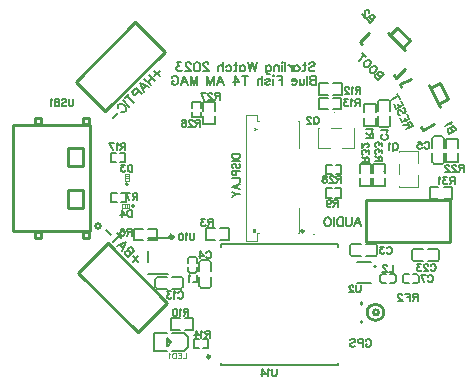
<source format=gbo>
G04 Layer: BottomSilkscreenLayer*
G04 Panelize: , Column: 1, Row: 1, Board Size: 43.14mm x 33.02mm, Panelized Board Size: 43.14mm x 33.02mm*
G04 EasyEDA v6.5.37, 2023-11-04 14:50:19*
G04 5fb9839a784f4b4dba235304687c7bf2,9a4ed40c0dd746429eaf55b84663d2fb,10*
G04 Gerber Generator version 0.2*
G04 Scale: 100 percent, Rotated: No, Reflected: No *
G04 Dimensions in millimeters *
G04 leading zeros omitted , absolute positions ,4 integer and 5 decimal *
%FSLAX45Y45*%
%MOMM*%

%ADD10C,0.1270*%
%ADD11C,0.1524*%
%ADD12C,0.1000*%
%ADD13C,0.0500*%
%ADD14C,0.1250*%
%ADD15C,0.0100*%
%ADD16C,0.2540*%
%ADD17C,0.1500*%
%ADD18C,0.3000*%
%ADD19C,0.2500*%
%ADD20C,0.0101*%

%LPD*%
D10*
X1209073Y-634337D02*
G01*
X1212253Y-627974D01*
X1218618Y-621609D01*
X1224981Y-618426D01*
X1237708Y-618426D01*
X1244071Y-621609D01*
X1250436Y-627974D01*
X1253616Y-634337D01*
X1256799Y-643882D01*
X1256799Y-659790D01*
X1253616Y-669335D01*
X1250436Y-675700D01*
X1244071Y-682063D01*
X1237708Y-685246D01*
X1224981Y-685246D01*
X1218618Y-682063D01*
X1212253Y-675700D01*
X1209073Y-669335D01*
X1209073Y-659790D01*
X1224981Y-659790D02*
G01*
X1209073Y-659790D01*
X1188072Y-618426D02*
G01*
X1188072Y-685246D01*
X1188072Y-618426D02*
G01*
X1159436Y-618426D01*
X1149891Y-621609D01*
X1146708Y-624791D01*
X1143528Y-631154D01*
X1143528Y-640699D01*
X1146708Y-647064D01*
X1149891Y-650245D01*
X1159436Y-653427D01*
X1188072Y-653427D01*
X1077981Y-627974D02*
G01*
X1084346Y-621609D01*
X1093891Y-618426D01*
X1106617Y-618426D01*
X1116162Y-621609D01*
X1122527Y-627974D01*
X1122527Y-634337D01*
X1119344Y-640699D01*
X1116162Y-643882D01*
X1109799Y-647064D01*
X1090709Y-653427D01*
X1084346Y-656610D01*
X1081163Y-659790D01*
X1077981Y-666155D01*
X1077981Y-675700D01*
X1084346Y-682063D01*
X1093891Y-685246D01*
X1106617Y-685246D01*
X1116162Y-682063D01*
X1122527Y-675700D01*
D11*
X1361099Y1620199D02*
G01*
X1313853Y1572953D01*
X1361099Y1620199D02*
G01*
X1340850Y1640448D01*
X1331851Y1644949D01*
X1327353Y1644949D01*
X1320601Y1642699D01*
X1316103Y1638200D01*
X1313853Y1631449D01*
X1313853Y1626951D01*
X1318351Y1617952D01*
X1338602Y1597703D02*
G01*
X1318351Y1617952D01*
X1309352Y1622450D01*
X1304853Y1622450D01*
X1298102Y1620199D01*
X1291353Y1613451D01*
X1289103Y1606702D01*
X1289103Y1602201D01*
X1293604Y1593202D01*
X1313853Y1572953D01*
X1301254Y1680047D02*
G01*
X1303502Y1673298D01*
X1303502Y1664299D01*
X1301254Y1657548D01*
X1296753Y1648548D01*
X1285504Y1637299D01*
X1276504Y1632800D01*
X1269756Y1630550D01*
X1260756Y1630550D01*
X1254005Y1632800D01*
X1245006Y1641800D01*
X1242755Y1648548D01*
X1242755Y1657548D01*
X1245006Y1664299D01*
X1249507Y1673298D01*
X1260756Y1684548D01*
X1269756Y1689046D01*
X1276504Y1691297D01*
X1285504Y1691297D01*
X1292252Y1689046D01*
X1301254Y1680047D01*
X1250406Y1730895D02*
G01*
X1252656Y1724144D01*
X1252656Y1715145D01*
X1250406Y1708396D01*
X1245905Y1699397D01*
X1234655Y1688147D01*
X1225656Y1683646D01*
X1218907Y1681398D01*
X1209908Y1681398D01*
X1203159Y1683646D01*
X1194158Y1692645D01*
X1191910Y1699397D01*
X1191910Y1708396D01*
X1194158Y1715145D01*
X1198659Y1724144D01*
X1209908Y1735394D01*
X1218907Y1739894D01*
X1225656Y1742145D01*
X1234655Y1742145D01*
X1241407Y1739894D01*
X1250406Y1730895D01*
X1197310Y1783991D02*
G01*
X1150061Y1736745D01*
X1213058Y1768243D02*
G01*
X1181559Y1799742D01*
D10*
X728118Y1711977D02*
G01*
X735390Y1719252D01*
X746300Y1722887D01*
X760846Y1722887D01*
X771756Y1719252D01*
X779028Y1711977D01*
X779028Y1704705D01*
X775390Y1697433D01*
X771756Y1693796D01*
X764481Y1690161D01*
X742665Y1682887D01*
X735390Y1679252D01*
X731756Y1675615D01*
X728118Y1668343D01*
X728118Y1657433D01*
X735390Y1650161D01*
X746300Y1646524D01*
X760846Y1646524D01*
X771756Y1650161D01*
X779028Y1657433D01*
X693209Y1722887D02*
G01*
X693209Y1661071D01*
X689574Y1650161D01*
X682299Y1646524D01*
X675027Y1646524D01*
X704118Y1697433D02*
G01*
X678665Y1697433D01*
X607392Y1697433D02*
G01*
X607392Y1646524D01*
X607392Y1686524D02*
G01*
X614664Y1693796D01*
X621936Y1697433D01*
X632846Y1697433D01*
X640118Y1693796D01*
X647392Y1686524D01*
X651027Y1675615D01*
X651027Y1668343D01*
X647392Y1657433D01*
X640118Y1650161D01*
X632846Y1646524D01*
X621936Y1646524D01*
X614664Y1650161D01*
X607392Y1657433D01*
X583392Y1697433D02*
G01*
X583392Y1646524D01*
X583392Y1675615D02*
G01*
X579754Y1686524D01*
X572482Y1693796D01*
X565210Y1697433D01*
X554301Y1697433D01*
X530301Y1722887D02*
G01*
X530301Y1646524D01*
X506300Y1722887D02*
G01*
X502665Y1719252D01*
X499028Y1722887D01*
X502665Y1726524D01*
X506300Y1722887D01*
X502665Y1697433D02*
G01*
X502665Y1646524D01*
X475028Y1697433D02*
G01*
X475028Y1646524D01*
X475028Y1682887D02*
G01*
X464118Y1693796D01*
X456846Y1697433D01*
X445937Y1697433D01*
X438665Y1693796D01*
X435028Y1682887D01*
X435028Y1646524D01*
X367393Y1697433D02*
G01*
X367393Y1639252D01*
X371027Y1628343D01*
X374665Y1624705D01*
X381937Y1621071D01*
X392846Y1621071D01*
X400118Y1624705D01*
X367393Y1686524D02*
G01*
X374665Y1693796D01*
X381937Y1697433D01*
X392846Y1697433D01*
X400118Y1693796D01*
X407393Y1686524D01*
X411027Y1675615D01*
X411027Y1668343D01*
X407393Y1657433D01*
X400118Y1650161D01*
X392846Y1646524D01*
X381937Y1646524D01*
X374665Y1650161D01*
X367393Y1657433D01*
X287393Y1722887D02*
G01*
X269212Y1646524D01*
X251028Y1722887D02*
G01*
X269212Y1646524D01*
X251028Y1722887D02*
G01*
X232846Y1646524D01*
X214665Y1722887D02*
G01*
X232846Y1646524D01*
X147030Y1697433D02*
G01*
X147030Y1646524D01*
X147030Y1686524D02*
G01*
X154302Y1693796D01*
X161574Y1697433D01*
X172483Y1697433D01*
X179755Y1693796D01*
X187030Y1686524D01*
X190665Y1675615D01*
X190665Y1668343D01*
X187030Y1657433D01*
X179755Y1650161D01*
X172483Y1646524D01*
X161574Y1646524D01*
X154302Y1650161D01*
X147030Y1657433D01*
X112120Y1722887D02*
G01*
X112120Y1661071D01*
X108483Y1650161D01*
X101211Y1646524D01*
X93939Y1646524D01*
X123029Y1697433D02*
G01*
X97574Y1697433D01*
X26301Y1686524D02*
G01*
X33576Y1693796D01*
X40848Y1697433D01*
X51757Y1697433D01*
X59029Y1693796D01*
X66301Y1686524D01*
X69938Y1675615D01*
X69938Y1668343D01*
X66301Y1657433D01*
X59029Y1650161D01*
X51757Y1646524D01*
X40848Y1646524D01*
X33576Y1650161D01*
X26301Y1657433D01*
X2301Y1722887D02*
G01*
X2301Y1646524D01*
X2301Y1682887D02*
G01*
X-8605Y1693796D01*
X-15880Y1697433D01*
X-26789Y1697433D01*
X-34061Y1693796D01*
X-37698Y1682887D01*
X-37698Y1646524D01*
X-121333Y1704705D02*
G01*
X-121333Y1708343D01*
X-124970Y1715615D01*
X-128605Y1719252D01*
X-135879Y1722887D01*
X-150423Y1722887D01*
X-157698Y1719252D01*
X-161333Y1715615D01*
X-164970Y1708343D01*
X-164970Y1701071D01*
X-161333Y1693796D01*
X-154061Y1682887D01*
X-117698Y1646524D01*
X-168605Y1646524D01*
X-214424Y1722887D02*
G01*
X-203514Y1719252D01*
X-196242Y1708343D01*
X-192605Y1690161D01*
X-192605Y1679252D01*
X-196242Y1661071D01*
X-203514Y1650161D01*
X-214424Y1646524D01*
X-221696Y1646524D01*
X-232605Y1650161D01*
X-239880Y1661071D01*
X-243514Y1679252D01*
X-243514Y1690161D01*
X-239880Y1708343D01*
X-232605Y1719252D01*
X-221696Y1722887D01*
X-214424Y1722887D01*
X-271152Y1704705D02*
G01*
X-271152Y1708343D01*
X-274787Y1715615D01*
X-278424Y1719252D01*
X-285696Y1722887D01*
X-300243Y1722887D01*
X-307515Y1719252D01*
X-311152Y1715615D01*
X-314787Y1708343D01*
X-314787Y1701071D01*
X-311152Y1693796D01*
X-303877Y1682887D01*
X-267515Y1646524D01*
X-318424Y1646524D01*
X-349697Y1722887D02*
G01*
X-389696Y1722887D01*
X-367878Y1693796D01*
X-378787Y1693796D01*
X-386059Y1690161D01*
X-389696Y1686524D01*
X-393334Y1675615D01*
X-393334Y1668343D01*
X-389696Y1657433D01*
X-382424Y1650161D01*
X-371515Y1646524D01*
X-360606Y1646524D01*
X-349697Y1650161D01*
X-346059Y1653796D01*
X-342425Y1661071D01*
X788921Y1608035D02*
G01*
X788921Y1531673D01*
X788921Y1608035D02*
G01*
X756193Y1608035D01*
X745284Y1604401D01*
X741649Y1600763D01*
X738012Y1593491D01*
X738012Y1586219D01*
X741649Y1578945D01*
X745284Y1575310D01*
X756193Y1571673D01*
X788921Y1571673D02*
G01*
X756193Y1571673D01*
X745284Y1568035D01*
X741649Y1564401D01*
X738012Y1557126D01*
X738012Y1546219D01*
X741649Y1538945D01*
X745284Y1535310D01*
X756193Y1531673D01*
X788921Y1531673D01*
X714011Y1608035D02*
G01*
X714011Y1531673D01*
X690011Y1582582D02*
G01*
X690011Y1546219D01*
X686376Y1535310D01*
X679104Y1531673D01*
X668195Y1531673D01*
X660920Y1535310D01*
X650011Y1546219D01*
X650011Y1582582D02*
G01*
X650011Y1531673D01*
X626013Y1560763D02*
G01*
X582376Y1560763D01*
X582376Y1568035D01*
X586013Y1575310D01*
X589648Y1578945D01*
X596922Y1582582D01*
X607832Y1582582D01*
X615104Y1578945D01*
X622376Y1571673D01*
X626013Y1560763D01*
X626013Y1553491D01*
X622376Y1542582D01*
X615104Y1535310D01*
X607832Y1531673D01*
X596922Y1531673D01*
X589648Y1535310D01*
X582376Y1542582D01*
X502376Y1608035D02*
G01*
X502376Y1531673D01*
X502376Y1608035D02*
G01*
X455104Y1608035D01*
X502376Y1571673D02*
G01*
X473285Y1571673D01*
X431104Y1608035D02*
G01*
X427466Y1604401D01*
X423832Y1608035D01*
X427466Y1611673D01*
X431104Y1608035D01*
X427466Y1582582D02*
G01*
X427466Y1531673D01*
X359831Y1571673D02*
G01*
X363468Y1578945D01*
X374375Y1582582D01*
X385284Y1582582D01*
X396194Y1578945D01*
X399831Y1571673D01*
X396194Y1564401D01*
X388922Y1560763D01*
X370740Y1557126D01*
X363468Y1553491D01*
X359831Y1546219D01*
X359831Y1542582D01*
X363468Y1535310D01*
X374375Y1531673D01*
X385284Y1531673D01*
X396194Y1535310D01*
X399831Y1542582D01*
X335831Y1608035D02*
G01*
X335831Y1531673D01*
X335831Y1568035D02*
G01*
X324921Y1578945D01*
X317649Y1582582D01*
X306740Y1582582D01*
X299468Y1578945D01*
X295831Y1568035D01*
X295831Y1531673D01*
X190378Y1608035D02*
G01*
X190378Y1531673D01*
X215831Y1608035D02*
G01*
X164922Y1608035D01*
X104559Y1608035D02*
G01*
X140921Y1557126D01*
X86377Y1557126D01*
X104559Y1608035D02*
G01*
X104559Y1531673D01*
X-22712Y1608035D02*
G01*
X6377Y1531673D01*
X-22712Y1608035D02*
G01*
X-51803Y1531673D01*
X-4531Y1557126D02*
G01*
X-40893Y1557126D01*
X-75803Y1608035D02*
G01*
X-75803Y1531673D01*
X-75803Y1608035D02*
G01*
X-104894Y1531673D01*
X-133984Y1608035D02*
G01*
X-104894Y1531673D01*
X-133984Y1608035D02*
G01*
X-133984Y1531673D01*
X-213984Y1608035D02*
G01*
X-213984Y1531673D01*
X-213984Y1608035D02*
G01*
X-243075Y1531673D01*
X-272166Y1608035D02*
G01*
X-243075Y1531673D01*
X-272166Y1608035D02*
G01*
X-272166Y1531673D01*
X-325257Y1608035D02*
G01*
X-296166Y1531673D01*
X-325257Y1608035D02*
G01*
X-354347Y1531673D01*
X-307075Y1557126D02*
G01*
X-343441Y1557126D01*
X-432894Y1589854D02*
G01*
X-429257Y1597126D01*
X-421985Y1604401D01*
X-414713Y1608035D01*
X-400166Y1608035D01*
X-392894Y1604401D01*
X-385622Y1597126D01*
X-381985Y1589854D01*
X-378348Y1578945D01*
X-378348Y1560763D01*
X-381985Y1549854D01*
X-385622Y1542582D01*
X-392894Y1535310D01*
X-400166Y1531673D01*
X-414713Y1531673D01*
X-421985Y1535310D01*
X-429257Y1542582D01*
X-432894Y1549854D01*
X-432894Y1560763D01*
X-414713Y1560763D02*
G01*
X-432894Y1560763D01*
D11*
X1609732Y1185148D02*
G01*
X1549676Y1155857D01*
X1609732Y1185148D02*
G01*
X1597179Y1210886D01*
X1590136Y1218072D01*
X1585879Y1219537D01*
X1578767Y1219606D01*
X1573047Y1216817D01*
X1568724Y1211168D01*
X1567258Y1206914D01*
X1568582Y1196939D01*
X1581134Y1171201D01*
X1571370Y1191219D02*
G01*
X1530149Y1195895D01*
X1581000Y1244061D02*
G01*
X1520944Y1214770D01*
X1581000Y1244061D02*
G01*
X1562867Y1281239D01*
X1552402Y1230111D02*
G01*
X1541244Y1252989D01*
X1520944Y1214770D02*
G01*
X1502811Y1251945D01*
X1525557Y1335966D02*
G01*
X1534063Y1333035D01*
X1541109Y1325852D01*
X1546689Y1314411D01*
X1548013Y1304437D01*
X1545081Y1295928D01*
X1539364Y1293139D01*
X1532249Y1293207D01*
X1527992Y1294673D01*
X1522343Y1298999D01*
X1508257Y1313367D01*
X1502605Y1317693D01*
X1498353Y1319159D01*
X1491236Y1319227D01*
X1482658Y1315041D01*
X1479727Y1306535D01*
X1481053Y1296560D01*
X1486634Y1285120D01*
X1493674Y1277937D01*
X1502186Y1275006D01*
X1524929Y1359024D02*
G01*
X1464873Y1329733D01*
X1524929Y1359024D02*
G01*
X1506796Y1396202D01*
X1496331Y1345077D02*
G01*
X1485171Y1367955D01*
X1464873Y1329733D02*
G01*
X1446738Y1366911D01*
X1487827Y1435094D02*
G01*
X1427772Y1405806D01*
X1497589Y1415077D02*
G01*
X1478064Y1455112D01*
D10*
X1467197Y1040958D02*
G01*
X1472923Y1038092D01*
X1478650Y1032365D01*
X1481515Y1026640D01*
X1484378Y1018047D01*
X1484378Y1003729D01*
X1481515Y995138D01*
X1478650Y989411D01*
X1472923Y983684D01*
X1467197Y980821D01*
X1455742Y980821D01*
X1450014Y983684D01*
X1444287Y989411D01*
X1441424Y995138D01*
X1438559Y1003729D01*
X1438559Y1018047D01*
X1441424Y1026640D01*
X1444287Y1032365D01*
X1450014Y1038092D01*
X1455742Y1040958D01*
X1467197Y1040958D01*
X1458605Y992276D02*
G01*
X1441424Y975093D01*
X1419659Y1029502D02*
G01*
X1413934Y1032365D01*
X1405341Y1040958D01*
X1405341Y980821D01*
X798492Y1263919D02*
G01*
X804217Y1261054D01*
X809945Y1255326D01*
X812810Y1249601D01*
X815672Y1241008D01*
X815672Y1226690D01*
X812810Y1218100D01*
X809945Y1212372D01*
X804217Y1206645D01*
X798492Y1203782D01*
X787036Y1203782D01*
X781309Y1206645D01*
X775581Y1212372D01*
X772718Y1218100D01*
X769853Y1226690D01*
X769853Y1241008D01*
X772718Y1249601D01*
X775581Y1255326D01*
X781309Y1261054D01*
X787036Y1263919D01*
X798492Y1263919D01*
X789899Y1215237D02*
G01*
X772718Y1198054D01*
X748090Y1249601D02*
G01*
X748090Y1252463D01*
X745228Y1258191D01*
X742363Y1261054D01*
X736635Y1263919D01*
X725182Y1263919D01*
X719454Y1261054D01*
X716589Y1258191D01*
X713727Y1252463D01*
X713727Y1246736D01*
X716589Y1241008D01*
X722317Y1232418D01*
X750953Y1203782D01*
X710864Y1203782D01*
X976200Y559572D02*
G01*
X976200Y498960D01*
X976200Y559572D02*
G01*
X950224Y559572D01*
X941565Y556686D01*
X938677Y553801D01*
X935791Y548027D01*
X935791Y542254D01*
X938677Y536481D01*
X941565Y533595D01*
X950224Y530710D01*
X976200Y530710D01*
X955995Y530710D02*
G01*
X935791Y498960D01*
X879218Y539369D02*
G01*
X882106Y530710D01*
X887877Y524936D01*
X896536Y522051D01*
X899424Y522051D01*
X908083Y524936D01*
X913856Y530710D01*
X916741Y539369D01*
X916741Y542254D01*
X913856Y550913D01*
X908083Y556686D01*
X899424Y559572D01*
X896536Y559572D01*
X887877Y556686D01*
X882106Y550913D01*
X879218Y539369D01*
X879218Y524936D01*
X882106Y510504D01*
X887877Y501845D01*
X896536Y498960D01*
X902309Y498960D01*
X910968Y501845D01*
X913856Y507619D01*
X-191183Y1236431D02*
G01*
X-191183Y1175819D01*
X-191183Y1236431D02*
G01*
X-217159Y1236431D01*
X-225818Y1233545D01*
X-228706Y1230660D01*
X-231592Y1224887D01*
X-231592Y1219113D01*
X-228706Y1213340D01*
X-225818Y1210454D01*
X-217159Y1207569D01*
X-191183Y1207569D01*
X-211388Y1207569D02*
G01*
X-231592Y1175819D01*
X-253527Y1221999D02*
G01*
X-253527Y1224887D01*
X-256415Y1230660D01*
X-259300Y1233545D01*
X-265074Y1236431D01*
X-276618Y1236431D01*
X-282392Y1233545D01*
X-285277Y1230660D01*
X-288165Y1224887D01*
X-288165Y1219113D01*
X-285277Y1213340D01*
X-279506Y1204681D01*
X-250642Y1175819D01*
X-291050Y1175819D01*
X-344738Y1227772D02*
G01*
X-341850Y1233545D01*
X-333192Y1236431D01*
X-327418Y1236431D01*
X-318759Y1233545D01*
X-312988Y1224887D01*
X-310100Y1210454D01*
X-310100Y1196022D01*
X-312988Y1184478D01*
X-318759Y1178704D01*
X-327418Y1175819D01*
X-330306Y1175819D01*
X-338965Y1178704D01*
X-344738Y1184478D01*
X-347624Y1193137D01*
X-347624Y1196022D01*
X-344738Y1204681D01*
X-338965Y1210454D01*
X-330306Y1213340D01*
X-327418Y1213340D01*
X-318759Y1210454D01*
X-312988Y1204681D01*
X-310100Y1196022D01*
X1001930Y763838D02*
G01*
X1001930Y703226D01*
X1001930Y763838D02*
G01*
X975954Y763838D01*
X967295Y760953D01*
X964407Y758068D01*
X961522Y752294D01*
X961522Y746521D01*
X964407Y740747D01*
X967295Y737862D01*
X975954Y734976D01*
X1001930Y734976D01*
X981725Y734976D02*
G01*
X961522Y703226D01*
X939586Y749406D02*
G01*
X939586Y752294D01*
X936698Y758068D01*
X933813Y760953D01*
X928039Y763838D01*
X916495Y763838D01*
X910722Y760953D01*
X907836Y758068D01*
X904948Y752294D01*
X904948Y746521D01*
X907836Y740747D01*
X913607Y732088D01*
X942472Y703226D01*
X902063Y703226D01*
X868580Y763838D02*
G01*
X877239Y760953D01*
X880125Y755180D01*
X880125Y749406D01*
X877239Y743635D01*
X871466Y740747D01*
X859922Y737862D01*
X851263Y734976D01*
X845489Y729203D01*
X842604Y723430D01*
X842604Y714771D01*
X845489Y708997D01*
X848375Y706112D01*
X857036Y703226D01*
X868580Y703226D01*
X877239Y706112D01*
X880125Y708997D01*
X883013Y714771D01*
X883013Y723430D01*
X880125Y729203D01*
X874354Y734976D01*
X865695Y737862D01*
X854148Y740747D01*
X848375Y743635D01*
X845489Y749406D01*
X845489Y755180D01*
X848375Y760953D01*
X857036Y763838D01*
X868580Y763838D01*
X-764791Y856300D02*
G01*
X-764791Y796163D01*
X-764791Y856300D02*
G01*
X-784837Y856300D01*
X-793427Y853434D01*
X-799155Y847707D01*
X-802017Y841982D01*
X-804882Y833389D01*
X-804882Y819071D01*
X-802017Y810480D01*
X-799155Y804753D01*
X-793427Y799026D01*
X-784837Y796163D01*
X-764791Y796163D01*
X-829510Y856300D02*
G01*
X-861009Y856300D01*
X-843828Y833389D01*
X-852418Y833389D01*
X-858146Y830526D01*
X-861009Y827661D01*
X-863874Y819071D01*
X-863874Y813343D01*
X-861009Y804753D01*
X-855281Y799026D01*
X-846691Y796163D01*
X-838100Y796163D01*
X-829510Y799026D01*
X-826645Y801890D01*
X-823782Y807618D01*
X-769312Y473445D02*
G01*
X-769312Y413308D01*
X-769312Y473445D02*
G01*
X-789358Y473445D01*
X-797948Y470580D01*
X-803676Y464853D01*
X-806538Y459127D01*
X-809404Y450535D01*
X-809404Y436217D01*
X-806538Y427626D01*
X-803676Y421899D01*
X-797948Y416172D01*
X-789358Y413308D01*
X-769312Y413308D01*
X-856940Y473445D02*
G01*
X-828304Y433354D01*
X-871258Y433354D01*
X-856940Y473445D02*
G01*
X-856940Y413308D01*
D11*
X-714941Y78851D02*
G01*
X-761225Y32570D01*
X-714941Y32570D02*
G01*
X-761225Y78851D01*
X-747341Y126679D02*
G01*
X-801336Y72682D01*
X-747341Y126679D02*
G01*
X-770481Y149819D01*
X-780768Y154962D01*
X-785909Y154962D01*
X-793622Y152392D01*
X-798766Y147248D01*
X-801336Y139534D01*
X-801336Y134393D01*
X-796196Y124106D01*
X-773054Y100964D02*
G01*
X-796196Y124106D01*
X-806480Y129250D01*
X-811623Y129250D01*
X-819337Y126679D01*
X-827049Y118965D01*
X-829622Y111252D01*
X-829622Y106108D01*
X-824478Y95824D01*
X-801336Y72682D01*
X-820879Y200218D02*
G01*
X-854306Y125651D01*
X-820879Y200218D02*
G01*
X-895446Y166791D01*
X-844021Y151363D02*
G01*
X-869734Y177076D01*
X-876419Y255757D02*
G01*
X-930417Y201759D01*
X-858420Y237759D02*
G01*
X-894417Y273756D01*
X-942243Y259872D02*
G01*
X-988527Y306153D01*
D12*
X-310258Y-735835D02*
G01*
X-310258Y-783562D01*
X-310258Y-783562D02*
G01*
X-337530Y-783562D01*
X-352531Y-735835D02*
G01*
X-352531Y-783562D01*
X-352531Y-735835D02*
G01*
X-382076Y-735835D01*
X-352531Y-758563D02*
G01*
X-370713Y-758563D01*
X-352531Y-783562D02*
G01*
X-382076Y-783562D01*
X-397075Y-735835D02*
G01*
X-397075Y-783562D01*
X-397075Y-735835D02*
G01*
X-412986Y-735835D01*
X-419803Y-738108D01*
X-424350Y-742652D01*
X-426620Y-747199D01*
X-428894Y-754016D01*
X-428894Y-765380D01*
X-426620Y-772198D01*
X-424350Y-776744D01*
X-419803Y-781290D01*
X-412986Y-783562D01*
X-397075Y-783562D01*
X-443895Y-744926D02*
G01*
X-448439Y-742652D01*
X-455258Y-735835D01*
X-455258Y-783562D01*
D10*
X-1264079Y1412072D02*
G01*
X-1264079Y1368778D01*
X-1266964Y1360119D01*
X-1272738Y1354345D01*
X-1281396Y1351460D01*
X-1287170Y1351460D01*
X-1295829Y1354345D01*
X-1301602Y1360119D01*
X-1304488Y1368778D01*
X-1304488Y1412072D01*
X-1363946Y1403413D02*
G01*
X-1358173Y1409186D01*
X-1349514Y1412072D01*
X-1337970Y1412072D01*
X-1329311Y1409186D01*
X-1323538Y1403413D01*
X-1323538Y1397640D01*
X-1326423Y1391869D01*
X-1329311Y1388981D01*
X-1335084Y1386095D01*
X-1352402Y1380322D01*
X-1358173Y1377436D01*
X-1361061Y1374551D01*
X-1363946Y1368778D01*
X-1363946Y1360119D01*
X-1358173Y1354345D01*
X-1349514Y1351460D01*
X-1337970Y1351460D01*
X-1329311Y1354345D01*
X-1323538Y1360119D01*
X-1382996Y1412072D02*
G01*
X-1382996Y1351460D01*
X-1382996Y1412072D02*
G01*
X-1408973Y1412072D01*
X-1417634Y1409186D01*
X-1420520Y1406301D01*
X-1423405Y1400528D01*
X-1423405Y1394754D01*
X-1420520Y1388981D01*
X-1417634Y1386095D01*
X-1408973Y1383210D01*
X-1382996Y1383210D02*
G01*
X-1408973Y1383210D01*
X-1417634Y1380322D01*
X-1420520Y1377436D01*
X-1423405Y1371663D01*
X-1423405Y1363004D01*
X-1420520Y1357231D01*
X-1417634Y1354345D01*
X-1408973Y1351460D01*
X-1382996Y1351460D01*
X-1442455Y1400528D02*
G01*
X-1448229Y1403413D01*
X-1456888Y1412072D01*
X-1456888Y1351460D01*
X-240362Y274921D02*
G01*
X-240362Y231487D01*
X-243156Y222851D01*
X-248998Y217263D01*
X-257634Y214215D01*
X-263476Y214215D01*
X-272112Y217263D01*
X-277700Y222851D01*
X-280748Y231487D01*
X-280748Y274921D01*
X-299798Y263237D02*
G01*
X-305640Y266285D01*
X-314276Y274921D01*
X-314276Y214215D01*
X-350598Y274921D02*
G01*
X-341962Y272127D01*
X-336120Y263237D01*
X-333326Y249013D01*
X-333326Y240377D01*
X-336120Y225899D01*
X-341962Y217263D01*
X-350598Y214215D01*
X-356440Y214215D01*
X-365076Y217263D01*
X-370664Y225899D01*
X-373712Y240377D01*
X-373712Y249013D01*
X-370664Y263237D01*
X-365076Y272127D01*
X-356440Y274921D01*
X-350598Y274921D01*
X-722833Y613757D02*
G01*
X-722833Y553145D01*
X-722833Y613757D02*
G01*
X-748809Y613757D01*
X-757468Y610872D01*
X-760356Y607987D01*
X-763242Y602213D01*
X-763242Y596440D01*
X-760356Y590666D01*
X-757468Y587781D01*
X-748809Y584895D01*
X-722833Y584895D01*
X-743038Y584895D02*
G01*
X-763242Y553145D01*
X-822700Y613757D02*
G01*
X-793838Y553145D01*
X-782292Y613757D02*
G01*
X-822700Y613757D01*
X-825649Y1037269D02*
G01*
X-825649Y976657D01*
X-825649Y1037269D02*
G01*
X-851626Y1037269D01*
X-860285Y1034384D01*
X-863173Y1031499D01*
X-866058Y1025725D01*
X-866058Y1019952D01*
X-863173Y1014178D01*
X-860285Y1011293D01*
X-851626Y1008407D01*
X-825649Y1008407D01*
X-845855Y1008407D02*
G01*
X-866058Y976657D01*
X-885108Y1025725D02*
G01*
X-890882Y1028611D01*
X-899540Y1037269D01*
X-899540Y976657D01*
X-958999Y1037269D02*
G01*
X-930135Y976657D01*
X-918590Y1037269D02*
G01*
X-958999Y1037269D01*
D11*
X1143802Y409816D02*
G01*
X1172893Y333453D01*
X1143802Y409816D02*
G01*
X1114712Y333453D01*
X1161983Y358907D02*
G01*
X1125621Y358907D01*
X1090711Y409816D02*
G01*
X1090711Y355272D01*
X1087074Y344363D01*
X1079802Y337091D01*
X1068892Y333453D01*
X1061620Y333453D01*
X1050711Y337091D01*
X1043439Y344363D01*
X1039802Y355272D01*
X1039802Y409816D01*
X1015801Y409816D02*
G01*
X1015801Y333453D01*
X1015801Y409816D02*
G01*
X990348Y409816D01*
X979439Y406181D01*
X972167Y398906D01*
X968529Y391634D01*
X964892Y380725D01*
X964892Y362544D01*
X968529Y351635D01*
X972167Y344363D01*
X979439Y337091D01*
X990348Y333453D01*
X1015801Y333453D01*
X940894Y409816D02*
G01*
X940894Y333453D01*
X895075Y409816D02*
G01*
X902347Y406181D01*
X909622Y398906D01*
X913256Y391634D01*
X916894Y380725D01*
X916894Y362544D01*
X913256Y351635D01*
X909622Y344363D01*
X902347Y337091D01*
X895075Y333453D01*
X880529Y333453D01*
X873257Y337091D01*
X865985Y344363D01*
X862347Y351635D01*
X858713Y362544D01*
X858713Y380725D01*
X862347Y391634D01*
X865985Y398906D01*
X873257Y406181D01*
X880529Y409816D01*
X895075Y409816D01*
D10*
X82054Y944072D02*
G01*
X142666Y944072D01*
X82054Y944072D02*
G01*
X82054Y923866D01*
X84940Y915207D01*
X90713Y909436D01*
X96486Y906548D01*
X105145Y903663D01*
X119575Y903663D01*
X128236Y906548D01*
X134007Y909436D01*
X139781Y915207D01*
X142666Y923866D01*
X142666Y944072D01*
X82054Y884613D02*
G01*
X142666Y884613D01*
X90713Y825154D02*
G01*
X84940Y830927D01*
X82054Y839586D01*
X82054Y851131D01*
X84940Y859789D01*
X90713Y865563D01*
X96486Y865563D01*
X102257Y862677D01*
X105145Y859789D01*
X108031Y854016D01*
X113804Y836698D01*
X116690Y830927D01*
X119575Y828039D01*
X125349Y825154D01*
X134007Y825154D01*
X139781Y830927D01*
X142666Y839586D01*
X142666Y851131D01*
X139781Y859789D01*
X134007Y865563D01*
X82054Y806104D02*
G01*
X142666Y806104D01*
X82054Y806104D02*
G01*
X82054Y780127D01*
X84940Y771466D01*
X87825Y768581D01*
X93599Y765695D01*
X102257Y765695D01*
X108031Y768581D01*
X110916Y771466D01*
X113804Y780127D01*
X113804Y806104D01*
X82054Y746645D02*
G01*
X142666Y746645D01*
X142666Y746645D02*
G01*
X142666Y712007D01*
X82054Y669866D02*
G01*
X142666Y692957D01*
X82054Y669866D02*
G01*
X142666Y646777D01*
X122463Y684298D02*
G01*
X122463Y655436D01*
X82054Y627727D02*
G01*
X110916Y604636D01*
X142666Y604636D01*
X82054Y581545D02*
G01*
X110916Y604636D01*
D12*
X277101Y283809D02*
G01*
X258051Y296509D01*
X277101Y296509D02*
G01*
X258051Y283809D01*
X277101Y302605D02*
G01*
X258051Y315305D01*
X277101Y315305D02*
G01*
X258051Y302605D01*
D13*
X287007Y1161115D02*
G01*
X267957Y1153749D01*
X287007Y1161115D02*
G01*
X267957Y1168481D01*
X274307Y1156543D02*
G01*
X274307Y1165687D01*
D11*
X-578906Y1649737D02*
G01*
X-532625Y1603453D01*
X-532625Y1649737D02*
G01*
X-578906Y1603453D01*
X-626734Y1617337D02*
G01*
X-572736Y1563342D01*
X-662731Y1581340D02*
G01*
X-608733Y1527342D01*
X-601019Y1591624D02*
G01*
X-637019Y1555628D01*
X-700272Y1543799D02*
G01*
X-625706Y1510372D01*
X-700272Y1543799D02*
G01*
X-666846Y1469232D01*
X-651418Y1520657D02*
G01*
X-677130Y1494944D01*
X-737814Y1506258D02*
G01*
X-683816Y1452262D01*
X-737814Y1506258D02*
G01*
X-760956Y1483116D01*
X-766097Y1472831D01*
X-766097Y1467688D01*
X-763526Y1459974D01*
X-755812Y1452262D01*
X-748098Y1449689D01*
X-742955Y1449689D01*
X-732670Y1454833D01*
X-709528Y1477975D01*
X-808781Y1435290D02*
G01*
X-754783Y1381292D01*
X-790783Y1453288D02*
G01*
X-826780Y1417292D01*
X-843749Y1400322D02*
G01*
X-789754Y1346324D01*
X-886434Y1331925D02*
G01*
X-889005Y1339639D01*
X-889005Y1349923D01*
X-886434Y1357637D01*
X-876150Y1367922D01*
X-868436Y1370495D01*
X-858149Y1370495D01*
X-850435Y1367922D01*
X-840150Y1362781D01*
X-827295Y1349923D01*
X-822152Y1339639D01*
X-819581Y1331925D01*
X-819581Y1321640D01*
X-822152Y1313926D01*
X-832436Y1303639D01*
X-840150Y1301069D01*
X-850435Y1301069D01*
X-858149Y1303639D01*
X-885405Y1296954D02*
G01*
X-931689Y1250673D01*
D10*
X457456Y-872916D02*
G01*
X457459Y-916211D01*
X454571Y-924869D01*
X448797Y-930643D01*
X440138Y-933531D01*
X434365Y-933528D01*
X425706Y-930643D01*
X419933Y-924869D01*
X417047Y-916211D01*
X417047Y-872916D01*
X397997Y-884461D02*
G01*
X392224Y-881573D01*
X383565Y-872916D01*
X383565Y-933528D01*
X335650Y-872916D02*
G01*
X364515Y-913325D01*
X321221Y-913325D01*
X335650Y-872916D02*
G01*
X335650Y-933528D01*
X1652524Y-235412D02*
G01*
X1652524Y-302232D01*
X1652524Y-235412D02*
G01*
X1623888Y-235412D01*
X1614342Y-238594D01*
X1611160Y-241777D01*
X1607977Y-248140D01*
X1607977Y-254505D01*
X1611160Y-260868D01*
X1614342Y-264050D01*
X1623888Y-267230D01*
X1652524Y-267230D01*
X1630250Y-267230D02*
G01*
X1607977Y-302232D01*
X1586979Y-235412D02*
G01*
X1586979Y-302232D01*
X1586979Y-235412D02*
G01*
X1545615Y-235412D01*
X1586979Y-267230D02*
G01*
X1561523Y-267230D01*
X1521434Y-251322D02*
G01*
X1521434Y-248140D01*
X1518251Y-241777D01*
X1515069Y-238594D01*
X1508706Y-235412D01*
X1495978Y-235412D01*
X1489616Y-238594D01*
X1486433Y-241777D01*
X1483250Y-248140D01*
X1483250Y-254505D01*
X1486433Y-260868D01*
X1492796Y-270413D01*
X1524614Y-302232D01*
X1480070Y-302232D01*
X1166855Y-165788D02*
G01*
X1166855Y-208744D01*
X1163993Y-217335D01*
X1158265Y-223062D01*
X1149675Y-225925D01*
X1143947Y-225925D01*
X1135354Y-223062D01*
X1129629Y-217335D01*
X1126764Y-208744D01*
X1126764Y-165788D01*
X1105001Y-180106D02*
G01*
X1105001Y-177243D01*
X1102136Y-171516D01*
X1099273Y-168653D01*
X1093546Y-165788D01*
X1082093Y-165788D01*
X1076365Y-168653D01*
X1073500Y-171516D01*
X1070637Y-177243D01*
X1070637Y-182971D01*
X1073500Y-188699D01*
X1079228Y-197289D01*
X1107864Y-225925D01*
X1067772Y-225925D01*
X1443667Y9773D02*
G01*
X1443667Y-50363D01*
X1443667Y-50363D02*
G01*
X1409303Y-50363D01*
X1387541Y-4544D02*
G01*
X1387541Y-1681D01*
X1384675Y4046D01*
X1381813Y6908D01*
X1376085Y9773D01*
X1364630Y9773D01*
X1358905Y6908D01*
X1356039Y4046D01*
X1353177Y-1681D01*
X1353177Y-7409D01*
X1356039Y-13136D01*
X1361767Y-21727D01*
X1390403Y-50363D01*
X1350312Y-50363D01*
X1388762Y148615D02*
G01*
X1391625Y154340D01*
X1397353Y160068D01*
X1403080Y162933D01*
X1414536Y162933D01*
X1420261Y160068D01*
X1425989Y154340D01*
X1428854Y148615D01*
X1431716Y140022D01*
X1431716Y125704D01*
X1428854Y117114D01*
X1425989Y111386D01*
X1420261Y105658D01*
X1414536Y102796D01*
X1403080Y102796D01*
X1397353Y105658D01*
X1391625Y111386D01*
X1388762Y117114D01*
X1364134Y162933D02*
G01*
X1332633Y162933D01*
X1349816Y140022D01*
X1341226Y140022D01*
X1335498Y137160D01*
X1332633Y134294D01*
X1329771Y125704D01*
X1329771Y119976D01*
X1332633Y111386D01*
X1338361Y105658D01*
X1346954Y102796D01*
X1355544Y102796D01*
X1364134Y105658D01*
X1366997Y108524D01*
X1369862Y114251D01*
X1235674Y881722D02*
G01*
X1175062Y881722D01*
X1235674Y881722D02*
G01*
X1235674Y907699D01*
X1232788Y916358D01*
X1229901Y919246D01*
X1224130Y922131D01*
X1218356Y922131D01*
X1212583Y919246D01*
X1209697Y916358D01*
X1206812Y907699D01*
X1206812Y881722D01*
X1206812Y901928D02*
G01*
X1175062Y922131D01*
X1235674Y946955D02*
G01*
X1235674Y978705D01*
X1212583Y961387D01*
X1212583Y970046D01*
X1209697Y975817D01*
X1206812Y978705D01*
X1198153Y981590D01*
X1192380Y981590D01*
X1183721Y978705D01*
X1177947Y972931D01*
X1175062Y964272D01*
X1175062Y955614D01*
X1177947Y946955D01*
X1180833Y944067D01*
X1186606Y941181D01*
X1221242Y1003526D02*
G01*
X1224130Y1003526D01*
X1229901Y1006414D01*
X1232788Y1009299D01*
X1235674Y1015072D01*
X1235674Y1026617D01*
X1232788Y1032390D01*
X1229901Y1035276D01*
X1224130Y1038164D01*
X1218356Y1038164D01*
X1212583Y1035276D01*
X1203924Y1029505D01*
X1175062Y1000640D01*
X1175062Y1041049D01*
X1165684Y1515399D02*
G01*
X1165684Y1454787D01*
X1165684Y1515399D02*
G01*
X1139708Y1515399D01*
X1131049Y1512514D01*
X1128161Y1509626D01*
X1125275Y1503855D01*
X1125275Y1498081D01*
X1128161Y1492308D01*
X1131049Y1489422D01*
X1139708Y1486537D01*
X1165684Y1486537D01*
X1145479Y1486537D02*
G01*
X1125275Y1454787D01*
X1106225Y1503855D02*
G01*
X1100452Y1506740D01*
X1091793Y1515399D01*
X1091793Y1454787D01*
X1069858Y1500967D02*
G01*
X1069858Y1503855D01*
X1066970Y1509626D01*
X1064084Y1512514D01*
X1058311Y1515399D01*
X1046767Y1515399D01*
X1040993Y1512514D01*
X1038108Y1509626D01*
X1035220Y1503855D01*
X1035220Y1498081D01*
X1038108Y1492308D01*
X1043881Y1483649D01*
X1072743Y1454787D01*
X1032334Y1454787D01*
X1962411Y749874D02*
G01*
X1962411Y689262D01*
X1962411Y749874D02*
G01*
X1936435Y749874D01*
X1927776Y746988D01*
X1924888Y744100D01*
X1922002Y738329D01*
X1922002Y732556D01*
X1924888Y726782D01*
X1927776Y723897D01*
X1936435Y721012D01*
X1962411Y721012D01*
X1942205Y721012D02*
G01*
X1922002Y689262D01*
X1897179Y749874D02*
G01*
X1865429Y749874D01*
X1882747Y726782D01*
X1874088Y726782D01*
X1868317Y723897D01*
X1865429Y721012D01*
X1862543Y712353D01*
X1862543Y706579D01*
X1865429Y697920D01*
X1871202Y692147D01*
X1879861Y689262D01*
X1888520Y689262D01*
X1897179Y692147D01*
X1900067Y695032D01*
X1902952Y700806D01*
X1843493Y738329D02*
G01*
X1837720Y741215D01*
X1829061Y749874D01*
X1829061Y689262D01*
X2040049Y855720D02*
G01*
X2040049Y795108D01*
X2040049Y855720D02*
G01*
X2014072Y855720D01*
X2005413Y852835D01*
X2002525Y849947D01*
X1999640Y844176D01*
X1999640Y838403D01*
X2002525Y832629D01*
X2005413Y829744D01*
X2014072Y826858D01*
X2040049Y826858D01*
X2019843Y826858D02*
G01*
X1999640Y795108D01*
X1977704Y841288D02*
G01*
X1977704Y844176D01*
X1974816Y849947D01*
X1971931Y852835D01*
X1966158Y855720D01*
X1954613Y855720D01*
X1948840Y852835D01*
X1945954Y849947D01*
X1943066Y844176D01*
X1943066Y838403D01*
X1945954Y832629D01*
X1951725Y823970D01*
X1980590Y795108D01*
X1940181Y795108D01*
X1918246Y841288D02*
G01*
X1918246Y844176D01*
X1915358Y849947D01*
X1912472Y852835D01*
X1906699Y855720D01*
X1895154Y855720D01*
X1889381Y852835D01*
X1886496Y849947D01*
X1883608Y844176D01*
X1883608Y838403D01*
X1886496Y832629D01*
X1892266Y823970D01*
X1921131Y795108D01*
X1880722Y795108D01*
X1759343Y2166D02*
G01*
X1762229Y7940D01*
X1768002Y13713D01*
X1773773Y16598D01*
X1785320Y16598D01*
X1791093Y13713D01*
X1796864Y7940D01*
X1799752Y2166D01*
X1802638Y-6492D01*
X1802638Y-20921D01*
X1799752Y-29583D01*
X1796864Y-35354D01*
X1791093Y-41127D01*
X1785320Y-44013D01*
X1773773Y-44013D01*
X1768002Y-41127D01*
X1762229Y-35354D01*
X1759343Y-29583D01*
X1737405Y2166D02*
G01*
X1737405Y5054D01*
X1734520Y10828D01*
X1731632Y13713D01*
X1725861Y16598D01*
X1714314Y16598D01*
X1708543Y13713D01*
X1705655Y10828D01*
X1702770Y5054D01*
X1702770Y-718D01*
X1705655Y-6492D01*
X1711429Y-15151D01*
X1740293Y-44013D01*
X1699882Y-44013D01*
X1675061Y16598D02*
G01*
X1643311Y16598D01*
X1660629Y-6492D01*
X1651970Y-6492D01*
X1646196Y-9377D01*
X1643311Y-12263D01*
X1640423Y-20921D01*
X1640423Y-26695D01*
X1643311Y-35354D01*
X1649082Y-41127D01*
X1657743Y-44013D01*
X1666402Y-44013D01*
X1675061Y-41127D01*
X1677946Y-38242D01*
X1680832Y-32468D01*
X-140914Y109280D02*
G01*
X-138028Y115054D01*
X-132255Y120827D01*
X-126484Y123713D01*
X-114937Y123713D01*
X-109164Y120827D01*
X-103393Y115054D01*
X-100505Y109280D01*
X-97619Y100622D01*
X-97619Y86192D01*
X-100505Y77530D01*
X-103393Y71760D01*
X-109164Y65986D01*
X-114937Y63101D01*
X-126484Y63101D01*
X-132255Y65986D01*
X-138028Y71760D01*
X-140914Y77530D01*
X-188828Y123713D02*
G01*
X-159964Y83304D01*
X-203260Y83304D01*
X-188828Y123713D02*
G01*
X-188828Y63101D01*
X1736483Y-91051D02*
G01*
X1739369Y-85277D01*
X1745142Y-79504D01*
X1750913Y-76619D01*
X1762460Y-76619D01*
X1768233Y-79504D01*
X1774004Y-85277D01*
X1776892Y-91051D01*
X1779777Y-99710D01*
X1779777Y-114139D01*
X1776892Y-122801D01*
X1774004Y-128572D01*
X1768233Y-134345D01*
X1762460Y-137231D01*
X1750913Y-137231D01*
X1745142Y-134345D01*
X1739369Y-128572D01*
X1736483Y-122801D01*
X1677022Y-76619D02*
G01*
X1705886Y-137231D01*
X1717433Y-76619D02*
G01*
X1677022Y-76619D01*
X-379079Y-231533D02*
G01*
X-376191Y-225760D01*
X-370420Y-219986D01*
X-364647Y-217103D01*
X-353103Y-217103D01*
X-347327Y-219989D01*
X-341556Y-225762D01*
X-338668Y-231536D01*
X-335782Y-240195D01*
X-335782Y-254624D01*
X-338668Y-263286D01*
X-341556Y-269057D01*
X-347327Y-274830D01*
X-353100Y-277713D01*
X-364650Y-277713D01*
X-370418Y-274830D01*
X-376191Y-269057D01*
X-379079Y-263286D01*
X-398127Y-228645D02*
G01*
X-403900Y-225762D01*
X-412559Y-217103D01*
X-412559Y-277713D01*
X-437382Y-217103D02*
G01*
X-469135Y-217103D01*
X-451817Y-240192D01*
X-460474Y-240192D01*
X-466247Y-243080D01*
X-469132Y-245963D01*
X-472018Y-254622D01*
X-472020Y-260398D01*
X-469135Y-269057D01*
X-463359Y-274830D01*
X-454700Y-277715D01*
X-446041Y-277713D01*
X-437382Y-274828D01*
X-434500Y-271945D01*
X-431609Y-266169D01*
X-106385Y-549638D02*
G01*
X-106385Y-610250D01*
X-106385Y-549638D02*
G01*
X-132361Y-549638D01*
X-141020Y-552523D01*
X-143908Y-555409D01*
X-146794Y-561182D01*
X-146794Y-566955D01*
X-143908Y-572729D01*
X-141020Y-575614D01*
X-132361Y-578500D01*
X-106385Y-578500D01*
X-126591Y-578500D02*
G01*
X-146794Y-610250D01*
X-165844Y-561182D02*
G01*
X-171617Y-558297D01*
X-180276Y-549638D01*
X-180276Y-610250D01*
X-228191Y-549638D02*
G01*
X-199326Y-590047D01*
X-242620Y-590047D01*
X-228191Y-549638D02*
G01*
X-228191Y-610250D01*
X-219707Y-74594D02*
G01*
X-219707Y-135206D01*
X-219707Y-135206D02*
G01*
X-254342Y-135206D01*
X-273392Y-86139D02*
G01*
X-279166Y-83253D01*
X-287825Y-74594D01*
X-287825Y-135206D01*
X-85854Y397583D02*
G01*
X-85852Y336971D01*
X-85854Y397583D02*
G01*
X-111828Y397586D01*
X-120489Y394698D01*
X-123375Y391812D01*
X-126263Y386039D01*
X-126260Y380265D01*
X-123375Y374492D01*
X-120487Y371607D01*
X-111828Y368721D01*
X-85852Y368721D01*
X-106057Y368721D02*
G01*
X-126260Y336969D01*
X-151084Y397586D02*
G01*
X-182834Y397586D01*
X-165516Y374495D01*
X-174175Y374492D01*
X-179946Y371607D01*
X-182834Y368719D01*
X-185719Y360062D01*
X-185719Y354289D01*
X-182834Y345627D01*
X-177060Y339857D01*
X-168402Y336971D01*
X-159743Y336969D01*
X-151084Y339857D01*
X-148198Y342742D01*
X-145310Y348515D01*
X1348308Y885619D02*
G01*
X1287696Y885619D01*
X1348308Y885619D02*
G01*
X1348308Y911595D01*
X1345422Y920254D01*
X1342534Y923142D01*
X1336763Y926028D01*
X1330990Y926028D01*
X1325217Y923142D01*
X1322331Y920254D01*
X1319446Y911595D01*
X1319446Y885619D01*
X1319446Y905824D02*
G01*
X1287696Y926028D01*
X1348308Y950851D02*
G01*
X1348308Y982601D01*
X1325217Y965283D01*
X1325217Y973942D01*
X1322331Y979713D01*
X1319446Y982601D01*
X1310787Y985486D01*
X1305013Y985486D01*
X1296355Y982601D01*
X1290581Y976828D01*
X1287696Y968169D01*
X1287696Y959510D01*
X1290581Y950851D01*
X1293467Y947963D01*
X1299240Y945078D01*
X1348308Y1010310D02*
G01*
X1348308Y1042060D01*
X1325217Y1024742D01*
X1325217Y1033401D01*
X1322331Y1039172D01*
X1319446Y1042060D01*
X1310787Y1044945D01*
X1305013Y1044945D01*
X1296355Y1042060D01*
X1290581Y1036286D01*
X1287696Y1027628D01*
X1287696Y1018969D01*
X1290581Y1010310D01*
X1293467Y1007422D01*
X1299240Y1004536D01*
X-26288Y1466390D02*
G01*
X-26288Y1405778D01*
X-26288Y1466390D02*
G01*
X-52265Y1466390D01*
X-60924Y1463504D01*
X-63812Y1460616D01*
X-66697Y1454845D01*
X-66697Y1449072D01*
X-63812Y1443299D01*
X-60924Y1440413D01*
X-52265Y1437528D01*
X-26288Y1437528D01*
X-46494Y1437528D02*
G01*
X-66697Y1405778D01*
X-88633Y1451957D02*
G01*
X-88633Y1454845D01*
X-91521Y1460616D01*
X-94406Y1463504D01*
X-100180Y1466390D01*
X-111724Y1466390D01*
X-117497Y1463504D01*
X-120383Y1460616D01*
X-123271Y1454845D01*
X-123271Y1449072D01*
X-120383Y1443299D01*
X-114612Y1434640D01*
X-85747Y1405778D01*
X-126156Y1405778D01*
X-185615Y1466390D02*
G01*
X-156753Y1405778D01*
X-145206Y1466390D02*
G01*
X-185615Y1466390D01*
X1288475Y2102434D02*
G01*
X1245615Y2059576D01*
X1288475Y2102434D02*
G01*
X1270106Y2120803D01*
X1261943Y2124885D01*
X1257858Y2124885D01*
X1251737Y2122843D01*
X1247655Y2118761D01*
X1245615Y2112639D01*
X1245615Y2108558D01*
X1249697Y2100394D01*
X1268064Y2082025D02*
G01*
X1249697Y2100394D01*
X1241534Y2104476D01*
X1237452Y2104476D01*
X1231328Y2102434D01*
X1225204Y2096312D01*
X1223164Y2090188D01*
X1223164Y2086107D01*
X1227246Y2077946D01*
X1245615Y2059576D01*
X1234186Y2136315D02*
G01*
X1236225Y2138357D01*
X1238265Y2144478D01*
X1238265Y2148560D01*
X1236225Y2154681D01*
X1228062Y2162848D01*
X1221938Y2164890D01*
X1217856Y2164887D01*
X1211734Y2162848D01*
X1207653Y2158766D01*
X1205613Y2152642D01*
X1203571Y2142436D01*
X1203571Y2101618D01*
X1174996Y2130193D01*
X1158493Y1410530D02*
G01*
X1158493Y1349918D01*
X1158493Y1410530D02*
G01*
X1132517Y1410530D01*
X1123858Y1407645D01*
X1120970Y1404757D01*
X1118085Y1398986D01*
X1118085Y1393212D01*
X1120970Y1387439D01*
X1123858Y1384554D01*
X1132517Y1381668D01*
X1158493Y1381668D01*
X1138288Y1381668D02*
G01*
X1118085Y1349918D01*
X1099035Y1398986D02*
G01*
X1093261Y1401871D01*
X1084602Y1410530D01*
X1084602Y1349918D01*
X1059779Y1410530D02*
G01*
X1028029Y1410530D01*
X1045349Y1387439D01*
X1036690Y1387439D01*
X1030917Y1384554D01*
X1028029Y1381668D01*
X1025143Y1373009D01*
X1025143Y1367236D01*
X1028029Y1358577D01*
X1033802Y1352804D01*
X1042461Y1349918D01*
X1051120Y1349918D01*
X1059779Y1352804D01*
X1062667Y1355689D01*
X1065552Y1361462D01*
D11*
X1977029Y1147505D02*
G01*
X1918586Y1115110D01*
X1977029Y1147505D02*
G01*
X1963145Y1172550D01*
X1955733Y1179357D01*
X1951408Y1180597D01*
X1944298Y1180297D01*
X1938733Y1177211D01*
X1934712Y1171343D01*
X1933473Y1167018D01*
X1935314Y1157127D01*
X1949201Y1132080D02*
G01*
X1935314Y1157127D01*
X1927908Y1163932D01*
X1923580Y1165171D01*
X1916470Y1164869D01*
X1908124Y1160241D01*
X1904100Y1154374D01*
X1902861Y1150051D01*
X1904705Y1140157D01*
X1918586Y1115110D01*
X1934118Y1198661D02*
G01*
X1933818Y1205771D01*
X1937539Y1218747D01*
X1879097Y1186352D01*
D10*
X1384218Y1112398D02*
G01*
X1390058Y1109604D01*
X1395902Y1103762D01*
X1398694Y1097920D01*
X1398694Y1086490D01*
X1395900Y1080648D01*
X1390060Y1075060D01*
X1384218Y1072012D01*
X1375580Y1069218D01*
X1361102Y1069218D01*
X1352466Y1072012D01*
X1346624Y1075060D01*
X1341036Y1080648D01*
X1337988Y1086490D01*
X1337988Y1097920D01*
X1341036Y1103762D01*
X1346626Y1109604D01*
X1352468Y1112398D01*
X1387264Y1131450D02*
G01*
X1390058Y1137290D01*
X1398694Y1145926D01*
X1337988Y1145926D01*
X1275427Y1080993D02*
G01*
X1214719Y1080993D01*
X1275427Y1080993D02*
G01*
X1275427Y1106901D01*
X1272631Y1115534D01*
X1269583Y1118585D01*
X1263997Y1121379D01*
X1258155Y1121379D01*
X1252313Y1118585D01*
X1249519Y1115537D01*
X1246471Y1106901D01*
X1246471Y1080993D01*
X1246471Y1101059D02*
G01*
X1214721Y1121379D01*
X1263997Y1140429D02*
G01*
X1266791Y1146271D01*
X1275427Y1154907D01*
X1214721Y1154907D01*
X1706879Y1037488D02*
G01*
X1709674Y1043330D01*
X1715515Y1048918D01*
X1721104Y1051966D01*
X1732788Y1051966D01*
X1738629Y1048918D01*
X1744218Y1043330D01*
X1747265Y1037488D01*
X1750059Y1028852D01*
X1750059Y1014374D01*
X1747265Y1005738D01*
X1744218Y999896D01*
X1738629Y994054D01*
X1732788Y991260D01*
X1721104Y991260D01*
X1715515Y994054D01*
X1709674Y999896D01*
X1706879Y1005738D01*
X1653031Y1051966D02*
G01*
X1681988Y1051966D01*
X1684781Y1025804D01*
X1681988Y1028852D01*
X1673352Y1031646D01*
X1664715Y1031646D01*
X1656079Y1028852D01*
X1650238Y1023010D01*
X1647190Y1014374D01*
X1647190Y1008532D01*
X1650238Y999896D01*
X1656079Y994054D01*
X1664715Y991260D01*
X1673352Y991260D01*
X1681988Y994054D01*
X1684781Y997102D01*
X1687829Y1002944D01*
X-770381Y314266D02*
G01*
X-770381Y253654D01*
X-770381Y314266D02*
G01*
X-796358Y314266D01*
X-805017Y311381D01*
X-807905Y308495D01*
X-810790Y302722D01*
X-810790Y296948D01*
X-807905Y291175D01*
X-805017Y288289D01*
X-796358Y285404D01*
X-770381Y285404D01*
X-790587Y285404D02*
G01*
X-810790Y253654D01*
X-864476Y305607D02*
G01*
X-861590Y311381D01*
X-852931Y314266D01*
X-847158Y314266D01*
X-838499Y311381D01*
X-832726Y302722D01*
X-829840Y288289D01*
X-829840Y273857D01*
X-832726Y262313D01*
X-838499Y256539D01*
X-847158Y253654D01*
X-850046Y253654D01*
X-858705Y256539D01*
X-864476Y262313D01*
X-867364Y270972D01*
X-867364Y273857D01*
X-864476Y282516D01*
X-858705Y288289D01*
X-850046Y291175D01*
X-847158Y291175D01*
X-838499Y288289D01*
X-832726Y282516D01*
X-829840Y273857D01*
X-291007Y-366199D02*
G01*
X-291007Y-426811D01*
X-291007Y-366199D02*
G01*
X-316984Y-366199D01*
X-325643Y-369084D01*
X-328531Y-371970D01*
X-331416Y-377743D01*
X-331416Y-383517D01*
X-328531Y-389290D01*
X-325643Y-392176D01*
X-316984Y-395061D01*
X-291007Y-395061D01*
X-311213Y-395061D02*
G01*
X-331416Y-426811D01*
X-350466Y-377743D02*
G01*
X-356240Y-374858D01*
X-364898Y-366199D01*
X-364898Y-426811D01*
X-401266Y-366199D02*
G01*
X-392607Y-369084D01*
X-386834Y-377743D01*
X-383948Y-392176D01*
X-383948Y-400834D01*
X-386834Y-415267D01*
X-392607Y-423926D01*
X-401266Y-426811D01*
X-407040Y-426811D01*
X-415698Y-423926D01*
X-421472Y-415267D01*
X-424357Y-400834D01*
X-424357Y-392176D01*
X-421472Y-377743D01*
X-415698Y-369084D01*
X-407040Y-366199D01*
X-401266Y-366199D01*
D14*
X1491820Y672835D02*
G01*
X1491820Y667097D01*
X1656920Y667097D01*
X1491820Y862830D02*
G01*
X1491820Y776165D01*
X1656920Y871164D02*
G01*
X1656920Y971897D01*
X1491820Y971897D01*
X1491820Y966157D01*
X1656920Y667097D02*
G01*
X1656920Y767831D01*
X814552Y1165191D02*
G01*
X808814Y1165191D01*
X808814Y1000091D01*
X1004547Y1165191D02*
G01*
X917882Y1165191D01*
X1012880Y1000091D02*
G01*
X1113614Y1000091D01*
X1113614Y1165191D01*
X1107874Y1165191D01*
X808814Y1000091D02*
G01*
X909548Y1000091D01*
D11*
X953957Y656120D02*
G01*
X999510Y656120D01*
X999510Y577999D01*
X953957Y577999D01*
X920719Y656120D02*
G01*
X875167Y656120D01*
X875167Y577999D01*
X920719Y577999D01*
X-262755Y1337767D02*
G01*
X-262755Y1383319D01*
X-184635Y1383319D01*
X-184635Y1337767D01*
X-262755Y1304528D02*
G01*
X-262755Y1258976D01*
X-184635Y1258976D01*
X-184635Y1304528D01*
X956243Y857542D02*
G01*
X1001796Y857542D01*
X1001796Y779421D01*
X956243Y779421D01*
X923005Y857542D02*
G01*
X877453Y857542D01*
X877453Y779421D01*
X923005Y779421D01*
D15*
X-827453Y719904D02*
G01*
X-797455Y719904D01*
X-797455Y779899D01*
X-827453Y779899D01*
X-827453Y719904D01*
X-827453Y741164D02*
G01*
X-797455Y741164D01*
X-797455Y758664D01*
X-827453Y758664D01*
X-827453Y741164D01*
X-791613Y491583D02*
G01*
X-791613Y521581D01*
X-851608Y521581D01*
X-851608Y491583D01*
X-791613Y491583D01*
X-812873Y491583D02*
G01*
X-812873Y521581D01*
X-830374Y521581D01*
X-830374Y491583D01*
X-812873Y491583D01*
D16*
X-1223322Y-60822D02*
G01*
X-720427Y-563717D01*
X-468983Y-312270D01*
X-971875Y190624D01*
X-1223322Y-60822D01*
D17*
X-468561Y-678830D02*
G01*
X-467570Y-678830D01*
X-434560Y-645828D01*
X-468561Y-610826D02*
G01*
X-468561Y-611827D01*
X-434560Y-645828D01*
X-468561Y-610826D02*
G01*
X-468561Y-678830D01*
X-470565Y-570824D02*
G01*
X-585571Y-570824D01*
X-470565Y-720836D02*
G01*
X-585571Y-720836D01*
X-585571Y-570829D02*
G01*
X-585571Y-718827D01*
X-432564Y-721065D02*
G01*
X-327553Y-721065D01*
X-297558Y-681055D02*
G01*
X-297558Y-691057D01*
X-327553Y-721065D01*
X-297558Y-611063D02*
G01*
X-297558Y-681055D01*
X-297558Y-611063D02*
G01*
X-297558Y-601047D01*
X-327553Y-571052D01*
X-432564Y-571052D02*
G01*
X-327553Y-571052D01*
X-468561Y-645828D02*
G01*
X-434560Y-645828D01*
D16*
X-1777311Y296892D02*
G01*
X-1127300Y296892D01*
X-1127300Y1190896D01*
X-1777311Y1190896D01*
X-1777311Y296892D01*
X-1589224Y235882D02*
G01*
X-1538424Y235882D01*
X-1538424Y286682D01*
X-1589224Y286682D01*
X-1589224Y235882D01*
X-1589199Y1201082D02*
G01*
X-1538399Y1201082D01*
X-1538399Y1251882D01*
X-1589199Y1251882D01*
X-1589199Y1201082D01*
X-1185339Y1201082D02*
G01*
X-1134539Y1201082D01*
X-1134539Y1251882D01*
X-1185339Y1251882D01*
X-1185339Y1201082D01*
X-1185339Y235882D02*
G01*
X-1134539Y235882D01*
X-1134539Y286682D01*
X-1185339Y286682D01*
X-1185339Y235882D01*
X-1309824Y489882D02*
G01*
X-1182824Y489882D01*
X-1182824Y642282D01*
X-1309824Y642282D01*
X-1309824Y489882D01*
X-1309824Y845482D02*
G01*
X-1182824Y845482D01*
X-1182824Y997882D01*
X-1309824Y997882D01*
X-1309824Y845482D01*
D11*
X-465043Y231868D02*
G01*
X-635284Y231868D01*
X-465043Y-73372D02*
G01*
X-635284Y-73372D01*
X-635284Y31607D02*
G01*
X-635284Y126888D01*
X-898936Y542439D02*
G01*
X-944488Y542439D01*
X-944488Y620560D01*
X-898936Y620560D01*
X-865698Y542439D02*
G01*
X-820145Y542439D01*
X-820145Y620560D01*
X-865698Y620560D01*
X-869254Y955332D02*
G01*
X-823701Y955332D01*
X-823701Y877211D01*
X-869254Y877211D01*
X-902492Y955332D02*
G01*
X-948044Y955332D01*
X-948044Y877211D01*
X-902492Y877211D01*
D16*
X1922779Y554228D02*
G01*
X1211579Y554228D01*
X1211579Y198628D01*
X1922779Y198628D01*
X1922779Y554228D01*
D14*
X638591Y273860D02*
G01*
X644116Y273860D01*
X644116Y487189D01*
X305259Y1223858D02*
G01*
X294116Y1223858D01*
X294116Y1273860D01*
X194116Y1273860D01*
X194116Y213857D01*
X644116Y1000516D02*
G01*
X644116Y1223858D01*
X638586Y1223858D01*
X194116Y213857D02*
G01*
X294116Y213857D01*
X294116Y273860D01*
X305262Y273860D01*
D16*
X-742574Y2060933D02*
G01*
X-1245468Y1558038D01*
X-994021Y1306593D01*
X-491126Y1809485D01*
X-742574Y2060933D01*
D11*
X-11463Y-819840D02*
G01*
X-11463Y-842611D01*
X-11463Y-842611D01*
X973777Y-842611D01*
X973777Y-842611D01*
X973777Y-819840D01*
X-11463Y159857D02*
G01*
X-11463Y182628D01*
X-11463Y182628D01*
X973777Y182628D01*
X973777Y182628D01*
X973777Y159857D01*
D16*
X1168145Y-310324D02*
G01*
X1168145Y-320885D01*
X1168145Y-467113D02*
G01*
X1168145Y-477674D01*
D11*
X1250950Y31803D02*
G01*
X1135710Y31803D01*
X1250950Y-143436D02*
G01*
X1135710Y-143436D01*
X1416921Y-69397D02*
G01*
X1453766Y-69397D01*
X1469006Y-84637D01*
X1469006Y-132278D01*
X1453766Y-147518D01*
X1416921Y-147518D01*
X1383682Y-69397D02*
G01*
X1346837Y-69397D01*
X1331597Y-84637D01*
X1331597Y-132278D01*
X1346837Y-147518D01*
X1383682Y-147518D01*
X1090137Y184734D02*
G01*
X1169146Y184734D01*
X1169146Y85013D02*
G01*
X1090137Y85013D01*
X1074897Y100253D02*
G01*
X1074897Y169494D01*
X1293398Y184734D02*
G01*
X1214389Y184734D01*
X1214389Y85013D02*
G01*
X1293398Y85013D01*
X1308638Y100253D02*
G01*
X1308638Y169494D01*
X1258646Y789447D02*
G01*
X1258646Y861250D01*
X1158925Y861250D01*
X1158925Y789447D01*
X1258646Y744204D02*
G01*
X1258646Y672401D01*
X1158925Y672401D01*
X1158925Y744204D01*
X935070Y1444630D02*
G01*
X1006873Y1444630D01*
X1006873Y1544350D01*
X935070Y1544350D01*
X889828Y1444630D02*
G01*
X818024Y1444630D01*
X818024Y1544350D01*
X889828Y1544350D01*
X1870471Y569645D02*
G01*
X1942274Y569645D01*
X1942274Y669366D01*
X1870471Y669366D01*
X1825228Y569645D02*
G01*
X1753425Y569645D01*
X1753425Y669366D01*
X1825228Y669366D01*
X1890953Y954262D02*
G01*
X1890953Y882459D01*
X1990674Y882459D01*
X1990674Y954262D01*
X1890953Y999505D02*
G01*
X1890953Y1071308D01*
X1990674Y1071308D01*
X1990674Y999505D01*
X1818670Y42087D02*
G01*
X1739661Y42087D01*
X1739661Y141808D02*
G01*
X1818670Y141808D01*
X1833910Y126568D02*
G01*
X1833910Y57327D01*
X1615409Y42087D02*
G01*
X1694418Y42087D01*
X1694418Y141808D02*
G01*
X1615409Y141808D01*
X1600169Y126568D02*
G01*
X1600169Y57327D01*
X-99491Y32034D02*
G01*
X-99491Y-46974D01*
X-199212Y-46974D02*
G01*
X-199212Y32034D01*
X-183972Y47274D02*
G01*
X-114731Y47274D01*
X-99491Y-171226D02*
G01*
X-99491Y-92217D01*
X-199212Y-92217D02*
G01*
X-199212Y-171226D01*
X-183972Y-186466D02*
G01*
X-114731Y-186466D01*
X1646298Y-149550D02*
G01*
X1609453Y-149550D01*
X1609453Y-71429D02*
G01*
X1646298Y-71429D01*
X1661538Y-86669D02*
G01*
X1661538Y-134310D01*
X1539369Y-149550D02*
G01*
X1576214Y-149550D01*
X1576214Y-71429D02*
G01*
X1539369Y-71429D01*
X1524129Y-86669D02*
G01*
X1524129Y-134310D01*
X-350997Y-192862D02*
G01*
X-430006Y-192862D01*
X-430006Y-93141D02*
G01*
X-350997Y-93141D01*
X-335757Y-108384D02*
G01*
X-335757Y-177619D01*
X-554258Y-192862D02*
G01*
X-475249Y-192862D01*
X-475249Y-93141D02*
G01*
X-554258Y-93141D01*
X-569498Y-108384D02*
G01*
X-569498Y-177619D01*
X-168038Y-619561D02*
G01*
X-122486Y-619561D01*
X-122486Y-697682D01*
X-168038Y-697682D01*
X-201277Y-619561D02*
G01*
X-246829Y-619561D01*
X-246829Y-697682D01*
X-201277Y-697682D01*
X-216717Y-8237D02*
G01*
X-216717Y-45082D01*
X-231957Y-60322D01*
X-279598Y-60322D01*
X-294838Y-45082D01*
X-294838Y-8237D01*
X-216717Y25001D02*
G01*
X-216717Y61846D01*
X-231957Y77086D01*
X-279598Y77086D01*
X-294838Y61846D01*
X-294838Y25001D01*
X-68341Y321640D02*
G01*
X-140144Y321640D01*
X-140144Y221919D01*
X-68341Y221919D01*
X-23098Y321640D02*
G01*
X48704Y321640D01*
X48704Y221919D01*
X-23098Y221919D01*
X1371676Y788939D02*
G01*
X1371676Y860742D01*
X1271955Y860742D01*
X1271955Y788939D01*
X1371676Y743696D02*
G01*
X1371676Y671893D01*
X1271955Y671893D01*
X1271955Y743696D01*
X-169412Y1268669D02*
G01*
X-169412Y1196865D01*
X-69692Y1196865D01*
X-69692Y1268669D01*
X-169412Y1313911D02*
G01*
X-169412Y1385714D01*
X-69692Y1385714D01*
X-69692Y1313911D01*
D16*
X1479100Y2014809D02*
G01*
X1416237Y1951946D01*
X1585168Y1908743D02*
G01*
X1522305Y1845878D01*
X1585168Y1908743D02*
G01*
X1479100Y2014809D01*
X1543083Y1825101D02*
G01*
X1395463Y1972726D01*
X1181821Y1881032D02*
G01*
X1163942Y1898914D01*
X1235786Y1970758D01*
X1545983Y1670296D02*
G01*
X1469273Y1593585D01*
X1451394Y1611464D01*
D11*
X887034Y1423700D02*
G01*
X815230Y1423700D01*
X815230Y1323980D01*
X887034Y1323980D01*
X932276Y1423700D02*
G01*
X1004079Y1423700D01*
X1004079Y1323980D01*
X932276Y1323980D01*
D16*
X1837928Y1545823D02*
G01*
X1758025Y1506855D01*
X1903686Y1411003D02*
G01*
X1823783Y1372034D01*
X1903686Y1411003D02*
G01*
X1837928Y1545823D01*
X1836663Y1345623D02*
G01*
X1745145Y1533265D01*
X1513296Y1516123D02*
G01*
X1502209Y1538848D01*
X1593527Y1583387D01*
X1789005Y1198305D02*
G01*
X1691500Y1150749D01*
X1680413Y1173474D01*
D11*
X1415445Y1390888D02*
G01*
X1415445Y1311879D01*
X1315725Y1311876D02*
G01*
X1315725Y1390888D01*
X1330965Y1406128D02*
G01*
X1400205Y1406128D01*
X1415445Y1187627D02*
G01*
X1415445Y1266639D01*
X1315725Y1266637D02*
G01*
X1315725Y1187627D01*
X1330965Y1172387D02*
G01*
X1400205Y1172387D01*
X1296065Y1300449D02*
G01*
X1296065Y1372252D01*
X1196345Y1372252D01*
X1196345Y1300446D01*
X1296065Y1255209D02*
G01*
X1296065Y1183403D01*
X1196345Y1183403D01*
X1196345Y1255207D01*
X1775129Y876269D02*
G01*
X1775129Y955278D01*
X1874850Y955278D02*
G01*
X1874850Y876269D01*
X1859610Y861029D02*
G01*
X1790369Y861029D01*
X1775129Y1079530D02*
G01*
X1775129Y1000521D01*
X1874850Y1000521D02*
G01*
X1874850Y1079530D01*
X1859610Y1094770D02*
G01*
X1790369Y1094770D01*
X-675576Y314368D02*
G01*
X-747379Y314368D01*
X-747379Y214647D01*
X-675576Y214647D01*
X-630334Y314368D02*
G01*
X-558530Y314368D01*
X-558530Y214647D01*
X-630334Y214647D01*
X-365775Y-440867D02*
G01*
X-437578Y-440867D01*
X-437578Y-540588D01*
X-365775Y-540588D01*
X-320532Y-440867D02*
G01*
X-248729Y-440867D01*
X-248729Y-540588D01*
X-320532Y-540588D01*
G75*
G01*
X1090138Y85014D02*
G02*
X1074898Y100254I0J15240D01*
G75*
G01*
X1074898Y169494D02*
G02*
X1090138Y184734I15240J0D01*
G75*
G01*
X1293398Y85014D02*
G03*
X1308638Y100254I0J15240D01*
G75*
G01*
X1308638Y169494D02*
G03*
X1293398Y184734I-15240J0D01*
G75*
G01*
X1818670Y141808D02*
G02*
X1833910Y126568I0J-15240D01*
G75*
G01*
X1833910Y57328D02*
G02*
X1818670Y42088I-15240J0D01*
G75*
G01*
X1615410Y141808D02*
G03*
X1600170Y126568I0J-15240D01*
G75*
G01*
X1600170Y57328D02*
G03*
X1615410Y42088I15240J0D01*
G75*
G01*
X-199212Y32034D02*
G02*
X-183972Y47274I15240J0D01*
G75*
G01*
X-114732Y47274D02*
G02*
X-99492Y32034I0J-15240D01*
G75*
G01*
X-199212Y-171226D02*
G03*
X-183972Y-186466I15240J0D01*
G75*
G01*
X-114732Y-186466D02*
G03*
X-99492Y-171226I0J15240D01*
G75*
G01*
X1646298Y-71430D02*
G02*
X1661538Y-86670I0J-15240D01*
G75*
G01*
X1661538Y-134310D02*
G02*
X1646298Y-149550I-15240J0D01*
G75*
G01*
X1539370Y-71430D02*
G03*
X1524130Y-86670I0J-15240D01*
G75*
G01*
X1524130Y-134310D02*
G03*
X1539370Y-149550I15240J0D01*
G75*
G01*
X-350998Y-93142D02*
G02*
X-335758Y-108384I0J-15240D01*
G75*
G01*
X-335758Y-177620D02*
G02*
X-350998Y-192862I-15240J-2D01*
G75*
G01*
X-554258Y-93142D02*
G03*
X-569498Y-108384I0J-15240D01*
G75*
G01*
X-569498Y-177620D02*
G03*
X-554258Y-192862I15240J-2D01*
G75*
G01*
X1315725Y1390889D02*
G02*
X1330965Y1406129I15240J0D01*
G75*
G01*
X1400205Y1406129D02*
G02*
X1415445Y1390889I0J-15240D01*
G75*
G01*
X1315725Y1187628D02*
G03*
X1330965Y1172388I15240J0D01*
G75*
G01*
X1400205Y1172388D02*
G03*
X1415445Y1187628I0J15240D01*
G75*
G01*
X1874850Y876270D02*
G02*
X1859610Y861030I-15240J0D01*
G75*
G01*
X1790370Y861030D02*
G02*
X1775130Y876270I0J15240D01*
G75*
G01*
X1874850Y1079530D02*
G03*
X1859610Y1094770I-15240J0D01*
G75*
G01*
X1790370Y1094770D02*
G03*
X1775130Y1079530I0J-15240D01*
D12*
G75*
G01
X779351Y264279D02*
G03X779351Y264279I-6604J0D01*
G75*
G01
X685371Y193921D02*
G03X685371Y193921I-5842J0D01*
D17*
G75*
G01
X-748942Y505960D02*
G03X-748942Y505960I-10008J0D01*
G75*
G01
X-801774Y691126D02*
G03X-801774Y691126I-10008J0D01*
D14*
G75*
G01
X1362713Y799508D02*
G03X1362713Y799508I-5004J0D01*
G75*
G01
X946229Y1299304D02*
G03X946229Y1299304I-5004J0D01*
D16*
G75*
G01
X-1035733Y337482D02*
G03X-1035733Y337482I-20091J0D01*
D18*
G75*
G01
X-420850Y244340D02*
G03X-420850Y244340I-15011J0D01*
D16*
G75*
G01
X684406Y293870D02*
G03X684406Y293870I-10312J0D01*
D19*
G75*
G01
X-109344Y-770009D02*
G03X-109344Y-770009I-12497J0D01*
D16*
G75*
G01
X1363144Y-394012D02*
G03X1363144Y-394012I-70002J0D01*
G75*
G01
X1320498Y-394012D02*
G03X1320498Y-394012I-22352J0D01*
D17*
G75*
G01
X1295809Y-5824D02*
G03X1295809Y-5824I-7493J0D01*
M02*

</source>
